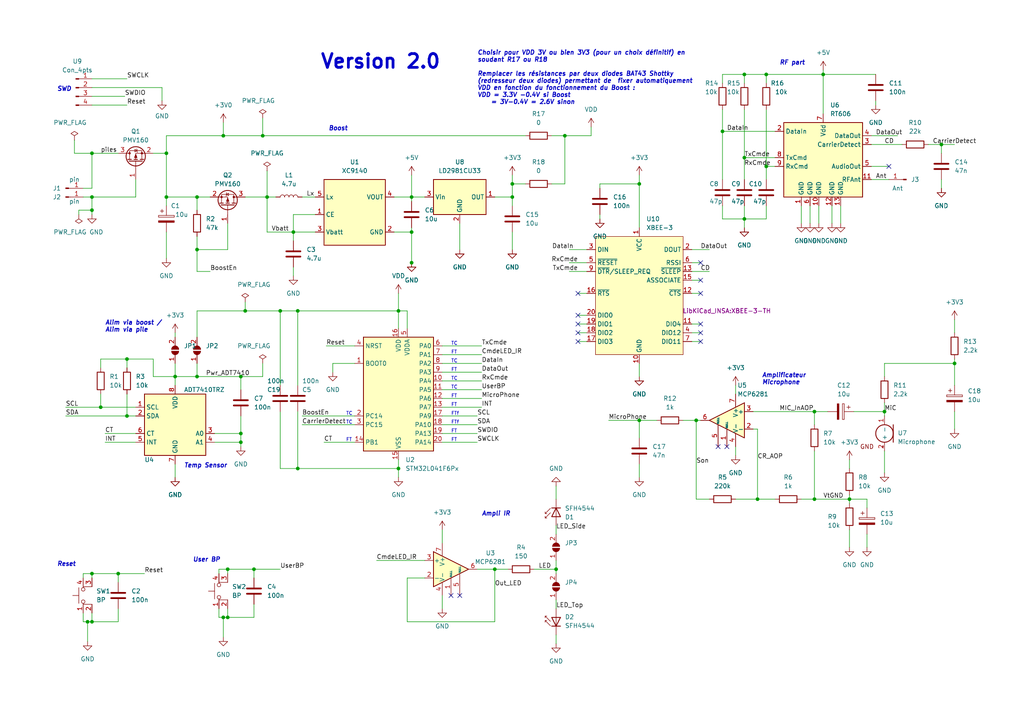
<source format=kicad_sch>
(kicad_sch (version 20230121) (generator eeschema)
  (paper "A4")
  (junction (at 209.55 38.1))
  (junction (at 161.29 165.1))
  (junction (at 215.9 45.72))
  (junction (at 115.57 135.89))
  (junction (at 201.93 121.92))
  (junction (at 86.36 135.89))
  (junction (at 215.9 21.59))
  (junction (at 36.83 120.65))
  (junction (at 236.22 119.38))
  (junction (at 69.85 128.27))
  (junction (at 29.21 118.11))
  (junction (at 57.15 57.15))
  (junction (at 119.38 67.31))
  (junction (at 236.22 144.78))
  (junction (at 26.67 180.34))
  (junction (at 119.38 76.2))
  (junction (at 73.66 165.1))
  (junction (at 69.85 125.73))
  (junction (at 66.04 179.07))
  (junction (at 48.26 44.45))
  (junction (at 163.83 39.37))
  (junction (at 143.51 165.1))
  (junction (at 26.67 166.37))
  (junction (at 276.86 105.41))
  (junction (at 115.57 90.17))
  (junction (at 71.12 90.17))
  (junction (at 48.26 57.15))
  (junction (at 238.76 21.59))
  (junction (at 26.67 60.96))
  (junction (at 26.67 57.15))
  (junction (at 57.15 72.39))
  (junction (at 81.28 90.17))
  (junction (at 69.85 109.22))
  (junction (at 34.29 166.37))
  (junction (at 148.59 53.34))
  (junction (at 85.09 67.31))
  (junction (at 57.15 109.22))
  (junction (at 36.83 104.14))
  (junction (at 185.42 121.92))
  (junction (at 64.77 39.37))
  (junction (at 215.9 63.5))
  (junction (at 66.04 165.1))
  (junction (at 185.42 53.34))
  (junction (at 246.38 144.78))
  (junction (at 25.4 180.34))
  (junction (at 256.54 119.38))
  (junction (at 222.25 48.26))
  (junction (at 222.25 21.59))
  (junction (at 76.2 39.37))
  (junction (at 273.05 41.91))
  (junction (at 50.8 109.22))
  (junction (at 119.38 57.15))
  (junction (at 64.77 179.07))
  (junction (at 86.36 90.17))
  (junction (at 148.59 57.15))
  (junction (at 77.47 57.15))
  (junction (at 26.67 44.45))
  (junction (at 219.71 144.78))
  (no_connect (at 257.81 48.26))
  (no_connect (at 210.82 129.54))
  (no_connect (at 208.28 129.54))
  (no_connect (at 130.81 172.72))
  (no_connect (at 133.35 172.72))
  (no_connect (at 203.2 76.2))
  (no_connect (at 203.2 85.09))
  (no_connect (at 203.2 81.28))
  (no_connect (at 167.64 85.09))
  (no_connect (at 167.64 91.44))
  (no_connect (at 203.2 93.98))
  (no_connect (at 203.2 96.52))
  (no_connect (at 203.2 99.06))
  (no_connect (at 167.64 93.98))
  (no_connect (at 167.64 96.52))
  (no_connect (at 167.64 99.06))
  (wire (pts (xy 19.05 118.11) (xy 29.21 118.11)))
  (wire (pts (xy 66.04 64.77) (xy 66.04 72.39)))
  (wire (pts (xy 86.36 90.17) (xy 81.28 90.17)))
  (wire (pts (xy 69.85 120.65) (xy 69.85 125.73)))
  (wire (pts (xy 44.45 44.45) (xy 48.26 44.45)))
  (wire (pts (xy 119.38 66.04) (xy 119.38 67.31)))
  (wire (pts (xy 62.23 125.73) (xy 69.85 125.73)))
  (wire (pts (xy 201.93 121.92) (xy 201.93 144.78)))
  (wire (pts (xy 163.83 39.37) (xy 171.45 39.37)))
  (wire (pts (xy 115.57 135.89) (xy 115.57 138.43)))
  (wire (pts (xy 241.3 59.69) (xy 241.3 64.77)))
  (wire (pts (xy 256.54 105.41) (xy 256.54 109.22)))
  (wire (pts (xy 276.86 104.14) (xy 276.86 105.41)))
  (wire (pts (xy 76.2 34.29) (xy 76.2 39.37)))
  (wire (pts (xy 24.13 177.8) (xy 24.13 180.34)))
  (wire (pts (xy 26.67 57.15) (xy 26.67 60.96)))
  (wire (pts (xy 173.99 62.23) (xy 173.99 63.5)))
  (wire (pts (xy 123.19 167.64) (xy 118.11 167.64)))
  (wire (pts (xy 81.28 119.38) (xy 81.28 135.89)))
  (wire (pts (xy 115.57 90.17) (xy 115.57 95.25)))
  (wire (pts (xy 25.4 180.34) (xy 25.4 186.055)))
  (wire (pts (xy 138.43 165.1) (xy 143.51 165.1)))
  (wire (pts (xy 252.73 41.91) (xy 261.62 41.91)))
  (wire (pts (xy 73.66 165.1) (xy 81.28 165.1)))
  (wire (pts (xy 26.67 177.8) (xy 26.67 180.34)))
  (wire (pts (xy 213.36 111.76) (xy 213.36 114.3)))
  (wire (pts (xy 19.05 120.65) (xy 36.83 120.65)))
  (wire (pts (xy 252.73 52.07) (xy 257.81 52.07)))
  (wire (pts (xy 26.67 166.37) (xy 26.67 167.64)))
  (wire (pts (xy 236.22 119.38) (xy 240.03 119.38)))
  (wire (pts (xy 222.25 21.59) (xy 215.9 21.59)))
  (wire (pts (xy 232.41 144.78) (xy 236.22 144.78)))
  (wire (pts (xy 128.27 105.41) (xy 139.7 105.41)))
  (wire (pts (xy 185.42 105.41) (xy 185.42 109.22)))
  (wire (pts (xy 200.66 81.28) (xy 203.2 81.28)))
  (wire (pts (xy 143.51 165.1) (xy 147.32 165.1)))
  (wire (pts (xy 50.8 105.41) (xy 50.8 109.22)))
  (wire (pts (xy 34.29 166.37) (xy 34.29 168.91)))
  (wire (pts (xy 96.52 105.41) (xy 96.52 107.95)))
  (wire (pts (xy 251.46 144.78) (xy 251.46 147.32)))
  (wire (pts (xy 200.66 99.06) (xy 203.2 99.06)))
  (wire (pts (xy 219.71 124.46) (xy 219.71 144.78)))
  (wire (pts (xy 64.77 35.56) (xy 64.77 39.37)))
  (wire (pts (xy 238.76 20.32) (xy 238.76 21.59)))
  (wire (pts (xy 48.26 67.31) (xy 48.26 74.93)))
  (wire (pts (xy 71.12 90.17) (xy 57.15 90.17)))
  (wire (pts (xy 69.85 125.73) (xy 69.85 128.27)))
  (wire (pts (xy 200.66 85.09) (xy 203.2 85.09)))
  (wire (pts (xy 29.21 118.11) (xy 39.37 118.11)))
  (wire (pts (xy 209.55 38.1) (xy 209.55 52.07)))
  (wire (pts (xy 48.26 44.45) (xy 48.26 39.37)))
  (wire (pts (xy 46.99 25.4) (xy 46.99 29.21)))
  (wire (pts (xy 128.27 172.72) (xy 128.27 176.53)))
  (wire (pts (xy 276.86 92.71) (xy 276.86 96.52)))
  (wire (pts (xy 232.41 59.69) (xy 232.41 64.77)))
  (wire (pts (xy 50.8 109.22) (xy 57.15 109.22)))
  (wire (pts (xy 24.13 167.64) (xy 24.13 166.37)))
  (wire (pts (xy 26.67 22.86) (xy 36.83 22.86)))
  (wire (pts (xy 161.29 140.97) (xy 161.29 144.78)))
  (wire (pts (xy 236.22 144.78) (xy 246.38 144.78)))
  (wire (pts (xy 128.27 113.03) (xy 139.7 113.03)))
  (wire (pts (xy 64.77 39.37) (xy 76.2 39.37)))
  (wire (pts (xy 185.42 53.34) (xy 185.42 66.04)))
  (wire (pts (xy 91.44 62.23) (xy 85.09 62.23)))
  (wire (pts (xy 69.85 109.22) (xy 76.2 109.22)))
  (wire (pts (xy 224.79 38.1) (xy 209.55 38.1)))
  (wire (pts (xy 215.9 45.72) (xy 215.9 52.07)))
  (wire (pts (xy 148.59 67.31) (xy 148.59 72.39)))
  (wire (pts (xy 69.85 128.27) (xy 69.85 129.54)))
  (wire (pts (xy 66.04 165.1) (xy 73.66 165.1)))
  (wire (pts (xy 246.38 133.35) (xy 246.38 135.89)))
  (wire (pts (xy 71.12 87.63) (xy 71.12 90.17)))
  (wire (pts (xy 198.12 121.92) (xy 201.93 121.92)))
  (wire (pts (xy 76.2 39.37) (xy 152.4 39.37)))
  (wire (pts (xy 57.15 90.17) (xy 57.15 97.79)))
  (wire (pts (xy 256.54 119.38) (xy 256.54 120.65)))
  (wire (pts (xy 200.66 93.98) (xy 203.2 93.98)))
  (wire (pts (xy 167.64 85.09) (xy 170.18 85.09)))
  (wire (pts (xy 238.76 21.59) (xy 254 21.59)))
  (wire (pts (xy 201.93 144.78) (xy 205.74 144.78)))
  (wire (pts (xy 215.9 31.75) (xy 215.9 45.72)))
  (wire (pts (xy 30.48 125.73) (xy 39.37 125.73)))
  (wire (pts (xy 167.64 99.06) (xy 170.18 99.06)))
  (wire (pts (xy 48.26 57.15) (xy 57.15 57.15)))
  (wire (pts (xy 276.86 119.38) (xy 276.86 124.46)))
  (wire (pts (xy 246.38 144.78) (xy 246.38 146.05)))
  (wire (pts (xy 34.29 166.37) (xy 41.91 166.37)))
  (wire (pts (xy 173.99 54.61) (xy 173.99 53.34)))
  (wire (pts (xy 224.79 48.26) (xy 222.25 48.26)))
  (wire (pts (xy 246.38 143.51) (xy 246.38 144.78)))
  (wire (pts (xy 57.15 57.15) (xy 57.15 60.96)))
  (wire (pts (xy 85.09 77.47) (xy 85.09 80.01)))
  (wire (pts (xy 254 29.21) (xy 254 30.48)))
  (wire (pts (xy 29.21 104.14) (xy 36.83 104.14)))
  (wire (pts (xy 119.38 67.31) (xy 119.38 76.2)))
  (wire (pts (xy 200.66 76.2) (xy 203.2 76.2)))
  (wire (pts (xy 215.9 63.5) (xy 222.25 63.5)))
  (wire (pts (xy 252.73 48.26) (xy 257.81 48.26)))
  (wire (pts (xy 209.55 31.75) (xy 209.55 38.1)))
  (wire (pts (xy 29.21 106.68) (xy 29.21 104.14)))
  (wire (pts (xy 200.66 96.52) (xy 203.2 96.52)))
  (wire (pts (xy 171.45 36.83) (xy 171.45 39.37)))
  (wire (pts (xy 185.42 121.92) (xy 190.5 121.92)))
  (wire (pts (xy 128.27 123.19) (xy 138.43 123.19)))
  (wire (pts (xy 160.02 53.34) (xy 163.83 53.34)))
  (wire (pts (xy 256.54 105.41) (xy 276.86 105.41)))
  (wire (pts (xy 115.57 90.17) (xy 86.36 90.17)))
  (wire (pts (xy 209.55 59.69) (xy 209.55 63.5)))
  (wire (pts (xy 26.67 44.45) (xy 26.67 54.61)))
  (wire (pts (xy 218.44 124.46) (xy 219.71 124.46)))
  (wire (pts (xy 76.2 105.41) (xy 76.2 109.22)))
  (wire (pts (xy 273.05 41.91) (xy 276.86 41.91)))
  (wire (pts (xy 203.2 121.92) (xy 201.93 121.92)))
  (wire (pts (xy 66.04 165.1) (xy 66.04 166.37)))
  (wire (pts (xy 209.55 21.59) (xy 209.55 24.13)))
  (wire (pts (xy 87.63 57.15) (xy 91.44 57.15)))
  (wire (pts (xy 115.57 133.35) (xy 115.57 135.89)))
  (wire (pts (xy 57.15 109.22) (xy 69.85 109.22)))
  (wire (pts (xy 86.36 135.89) (xy 115.57 135.89)))
  (wire (pts (xy 238.76 21.59) (xy 238.76 33.02)))
  (wire (pts (xy 246.38 144.78) (xy 251.46 144.78)))
  (wire (pts (xy 128.27 102.87) (xy 139.7 102.87)))
  (wire (pts (xy 50.8 109.22) (xy 44.45 109.22)))
  (wire (pts (xy 246.38 153.67) (xy 246.38 158.75)))
  (wire (pts (xy 161.29 152.4) (xy 161.29 154.94)))
  (wire (pts (xy 247.65 119.38) (xy 256.54 119.38)))
  (wire (pts (xy 24.13 54.61) (xy 26.67 54.61)))
  (wire (pts (xy 222.25 21.59) (xy 222.25 24.13)))
  (wire (pts (xy 143.51 57.15) (xy 148.59 57.15)))
  (wire (pts (xy 118.11 90.17) (xy 115.57 90.17)))
  (wire (pts (xy 185.42 50.8) (xy 185.42 53.34)))
  (wire (pts (xy 36.83 114.3) (xy 36.83 120.65)))
  (wire (pts (xy 167.64 91.44) (xy 170.18 91.44)))
  (wire (pts (xy 24.13 166.37) (xy 26.67 166.37)))
  (wire (pts (xy 39.37 52.07) (xy 39.37 57.15)))
  (wire (pts (xy 128.27 100.33) (xy 139.7 100.33)))
  (wire (pts (xy 128.27 128.27) (xy 138.43 128.27)))
  (wire (pts (xy 252.73 39.37) (xy 260.35 39.37)))
  (wire (pts (xy 215.9 63.5) (xy 215.9 66.04)))
  (wire (pts (xy 25.4 180.34) (xy 26.67 180.34)))
  (wire (pts (xy 34.29 176.53) (xy 34.29 180.34)))
  (wire (pts (xy 161.29 184.15) (xy 161.29 186.69)))
  (wire (pts (xy 26.67 44.45) (xy 34.29 44.45)))
  (wire (pts (xy 167.64 96.52) (xy 170.18 96.52)))
  (wire (pts (xy 30.48 128.27) (xy 39.37 128.27)))
  (wire (pts (xy 165.1 78.74) (xy 170.18 78.74)))
  (wire (pts (xy 57.15 105.41) (xy 57.15 109.22)))
  (wire (pts (xy 63.5 179.07) (xy 64.77 179.07)))
  (wire (pts (xy 24.13 180.34) (xy 25.4 180.34)))
  (wire (pts (xy 114.3 67.31) (xy 119.38 67.31)))
  (wire (pts (xy 26.67 60.96) (xy 26.67 62.23)))
  (wire (pts (xy 273.05 41.91) (xy 273.05 44.45)))
  (wire (pts (xy 26.67 25.4) (xy 46.99 25.4)))
  (wire (pts (xy 81.28 90.17) (xy 71.12 90.17)))
  (wire (pts (xy 69.85 109.22) (xy 69.85 113.03)))
  (wire (pts (xy 148.59 53.34) (xy 152.4 53.34)))
  (wire (pts (xy 213.36 144.78) (xy 219.71 144.78)))
  (wire (pts (xy 236.22 130.81) (xy 236.22 144.78)))
  (wire (pts (xy 215.9 21.59) (xy 215.9 24.13)))
  (wire (pts (xy 234.95 59.69) (xy 234.95 64.77)))
  (wire (pts (xy 66.04 72.39) (xy 57.15 72.39)))
  (wire (pts (xy 222.25 59.69) (xy 222.25 63.5)))
  (wire (pts (xy 128.27 107.95) (xy 139.7 107.95)))
  (wire (pts (xy 93.98 128.27) (xy 102.87 128.27)))
  (wire (pts (xy 185.42 134.62) (xy 185.42 138.43)))
  (wire (pts (xy 44.45 104.14) (xy 36.83 104.14)))
  (wire (pts (xy 57.15 68.58) (xy 57.15 72.39)))
  (wire (pts (xy 86.36 119.38) (xy 86.36 135.89)))
  (wire (pts (xy 85.09 62.23) (xy 85.09 67.31)))
  (wire (pts (xy 163.83 39.37) (xy 163.83 53.34)))
  (wire (pts (xy 86.36 90.17) (xy 86.36 111.76)))
  (wire (pts (xy 63.5 165.1) (xy 66.04 165.1)))
  (wire (pts (xy 176.53 121.92) (xy 185.42 121.92)))
  (wire (pts (xy 128.27 118.11) (xy 139.7 118.11)))
  (wire (pts (xy 81.28 90.17) (xy 81.28 111.76)))
  (wire (pts (xy 118.11 95.25) (xy 118.11 90.17)))
  (wire (pts (xy 133.35 64.77) (xy 133.35 72.39)))
  (wire (pts (xy 154.94 165.1) (xy 161.29 165.1)))
  (wire (pts (xy 215.9 21.59) (xy 209.55 21.59)))
  (wire (pts (xy 36.83 104.14) (xy 36.83 106.68)))
  (wire (pts (xy 148.59 50.8) (xy 148.59 53.34)))
  (wire (pts (xy 256.54 116.84) (xy 256.54 119.38)))
  (wire (pts (xy 22.86 62.23) (xy 22.86 60.96)))
  (wire (pts (xy 161.29 165.1) (xy 161.29 166.37)))
  (wire (pts (xy 50.8 134.62) (xy 50.8 138.43)))
  (wire (pts (xy 200.66 72.39) (xy 205.74 72.39)))
  (wire (pts (xy 224.79 45.72) (xy 215.9 45.72)))
  (wire (pts (xy 273.05 52.07) (xy 273.05 54.61)))
  (wire (pts (xy 96.52 105.41) (xy 102.87 105.41)))
  (wire (pts (xy 222.25 31.75) (xy 222.25 48.26)))
  (wire (pts (xy 119.38 50.8) (xy 119.38 57.15)))
  (wire (pts (xy 165.1 72.39) (xy 170.18 72.39)))
  (wire (pts (xy 85.09 67.31) (xy 91.44 67.31)))
  (wire (pts (xy 148.59 53.34) (xy 148.59 57.15)))
  (wire (pts (xy 128.27 110.49) (xy 139.7 110.49)))
  (wire (pts (xy 24.13 57.15) (xy 26.67 57.15)))
  (wire (pts (xy 66.04 176.53) (xy 66.04 179.07)))
  (wire (pts (xy 63.5 176.53) (xy 63.5 179.07)))
  (wire (pts (xy 115.57 85.09) (xy 115.57 90.17)))
  (wire (pts (xy 48.26 39.37) (xy 64.77 39.37)))
  (wire (pts (xy 161.29 162.56) (xy 161.29 165.1)))
  (wire (pts (xy 114.3 57.15) (xy 119.38 57.15)))
  (wire (pts (xy 50.8 109.22) (xy 50.8 111.76)))
  (wire (pts (xy 73.66 165.1) (xy 73.66 167.64)))
  (wire (pts (xy 26.67 30.48) (xy 36.83 30.48)))
  (wire (pts (xy 26.67 57.15) (xy 39.37 57.15)))
  (wire (pts (xy 64.77 179.07) (xy 66.04 179.07)))
  (wire (pts (xy 118.11 167.64) (xy 118.11 180.34)))
  (wire (pts (xy 22.86 60.96) (xy 26.67 60.96)))
  (wire (pts (xy 237.49 59.69) (xy 237.49 64.77)))
  (wire (pts (xy 165.1 76.2) (xy 170.18 76.2)))
  (wire (pts (xy 77.47 57.15) (xy 77.47 67.31)))
  (wire (pts (xy 213.36 129.54) (xy 213.36 132.08)))
  (wire (pts (xy 173.99 53.34) (xy 185.42 53.34)))
  (wire (pts (xy 81.28 135.89) (xy 86.36 135.89)))
  (wire (pts (xy 215.9 59.69) (xy 215.9 63.5)))
  (wire (pts (xy 276.86 105.41) (xy 276.86 111.76)))
  (wire (pts (xy 26.67 44.45) (xy 21.59 44.45)))
  (wire (pts (xy 256.54 130.81) (xy 256.54 137.16)))
  (wire (pts (xy 269.24 41.91) (xy 273.05 41.91)))
  (wire (pts (xy 29.21 114.3) (xy 29.21 118.11)))
  (wire (pts (xy 21.59 40.64) (xy 21.59 44.45)))
  (wire (pts (xy 219.71 144.78) (xy 224.79 144.78)))
  (wire (pts (xy 236.22 119.38) (xy 236.22 123.19)))
  (wire (pts (xy 185.42 121.92) (xy 185.42 127)))
  (wire (pts (xy 64.77 179.07) (xy 64.77 184.785)))
  (wire (pts (xy 50.8 96.52) (xy 50.8 97.79)))
  (wire (pts (xy 218.44 119.38) (xy 236.22 119.38)))
  (wire (pts (xy 62.23 128.27) (xy 69.85 128.27)))
  (wire (pts (xy 222.25 48.26) (xy 222.25 52.07)))
  (wire (pts (xy 243.84 59.69) (xy 243.84 64.77)))
  (wire (pts (xy 87.63 120.65) (xy 102.87 120.65)))
  (wire (pts (xy 200.66 78.74) (xy 205.74 78.74)))
  (wire (pts (xy 48.26 57.15) (xy 48.26 59.69)))
  (wire (pts (xy 128.27 120.65) (xy 138.43 120.65)))
  (wire (pts (xy 36.83 120.65) (xy 39.37 120.65)))
  (wire (pts (xy 66.04 179.07) (xy 73.66 179.07)))
  (wire (pts (xy 57.15 78.74) (xy 60.96 78.74)))
  (wire (pts (xy 26.67 180.34) (xy 34.29 180.34)))
  (wire (pts (xy 251.46 154.94) (xy 251.46 158.75)))
  (wire (pts (xy 143.51 180.34) (xy 143.51 165.1)))
  (wire (pts (xy 109.22 162.56) (xy 123.19 162.56)))
  (wire (pts (xy 57.15 72.39) (xy 57.15 78.74)))
  (wire (pts (xy 87.63 123.19) (xy 102.87 123.19)))
  (wire (pts (xy 77.47 67.31) (xy 85.09 67.31)))
  (wire (pts (xy 94.615 100.33) (xy 102.87 100.33)))
  (wire (pts (xy 128.27 115.57) (xy 139.7 115.57)))
  (wire (pts (xy 148.59 57.15) (xy 148.59 59.69)))
  (wire (pts (xy 119.38 57.15) (xy 119.38 58.42)))
  (wire (pts (xy 209.55 63.5) (xy 215.9 63.5)))
  (wire (pts (xy 48.26 57.15) (xy 48.26 44.45)))
  (wire (pts (xy 128.27 153.67) (xy 128.27 157.48)))
  (wire (pts (xy 44.45 109.22) (xy 44.45 104.14)))
  (wire (pts (xy 63.5 166.37) (xy 63.5 165.1)))
  (wire (pts (xy 73.66 175.26) (xy 73.66 179.07)))
  (wire (pts (xy 167.64 93.98) (xy 170.18 93.98)))
  (wire (pts (xy 60.96 57.15) (xy 57.15 57.15)))
  (wire (pts (xy 128.27 125.73) (xy 138.43 125.73)))
  (wire (pts (xy 26.67 166.37) (xy 34.29 166.37)))
  (wire (pts (xy 118.11 180.34) (xy 143.51 180.34)))
  (wire (pts (xy 160.02 39.37) (xy 163.83 39.37)))
  (wire (pts (xy 71.12 57.15) (xy 77.47 57.15)))
  (wire (pts (xy 161.29 173.99) (xy 161.29 176.53)))
  (wire (pts (xy 80.01 57.15) (xy 77.47 57.15)))
  (wire (pts (xy 26.67 27.94) (xy 36.195 27.94)))
  (wire (pts (xy 77.47 49.53) (xy 77.47 57.15)))
  (wire (pts (xy 238.76 21.59) (xy 222.25 21.59)))
  (wire (pts (xy 85.09 69.85) (xy 85.09 67.31)))
  (wire (pts (xy 119.38 57.15) (xy 123.19 57.15)))
  (text "FTf" (at 130.81 123.19 0) (effects (font (size 1 1)) (justify left bottom)))
  (text "Ampli IR\n" (at 139.7 149.86 0) (effects (font (size 1.27 1.27) (thickness 0.254) bold italic) (justify left bottom)))
  (text "TC" (at 130.81 110.49 0) (effects (font (size 1 1)) (justify left bottom)))
  (text "TC" (at 130.81 105.41 0) (effects (font (size 1 1)) (justify left bottom)))
  (text "Boost\n" (at 95.25 38.1 0) (effects (font (size 1.27 1.27) (thickness 0.254) bold italic) (justify left bottom)))
  (text "Reset" (at 16.51 164.465 0) (effects (font (size 1.27 1.27) bold italic) (justify left bottom)))
  (text "FT" (at 130.81 102.87 0) (effects (font (size 1 1)) (justify left bottom)))
  (text "RF part\n" (at 226.06 19.05 0) (effects (font (size 1.27 1.27) (thickness 0.254) bold italic) (justify left bottom)))
  (text "Alim via boost /\nAlim via pile" (at 30.48 96.52 0) (effects (font (size 1.27 1.27) (thickness 0.254) bold italic) (justify left bottom)))
  (text "Amplificateur\nMicrophone\n" (at 220.98 111.76 0) (effects (font (size 1.27 1.27) (thickness 0.254) bold italic) (justify left bottom)))
  (text "FT" (at 130.81 125.73 0) (effects (font (size 1 1)) (justify left bottom)))
  (text "FT" (at 130.81 107.95 0) (effects (font (size 1 1)) (justify left bottom)))
  (text "FT" (at 130.81 115.57 0) (effects (font (size 1 1)) (justify left bottom)))
  (text "Choisir pour VDD 3V ou bien 3V3 (pour un choix définitif) en \nsoudant R17 ou R18\n\nRemplacer les résistances par deux diodes BAT43 Shottky\n(redresseur deux diodes) permettant de  fixer automatiquement\nVDD en fonction du fonctionnement du Boost :\nVDD = 3.3V -0.4V si Boost\n    = 3V-0.4V = 2.6V sinon" (at 138.43 30.48 0) (effects (font (size 1.27 1.27) (thickness 0.254) bold italic) (justify left bottom)))
  (text "TC" (at 100.33 123.19 0) (effects (font (size 1 1)) (justify left bottom)))
  (text "FT" (at 130.81 128.27 0) (effects (font (size 1 1)) (justify left bottom)))
  (text "TC" (at 130.81 100.33 0) (effects (font (size 1 1)) (justify left bottom)))
  (text "Temp Sensor" (at 53.34 135.89 0) (effects (font (size 1.27 1.27) (thickness 0.254) bold italic) (justify left bottom)))
  (text "Version 2.0" (at 92.71 20.32 0) (effects (font (size 4 4) (thickness 0.8) bold) (justify left bottom)))
  (text "FTf" (at 130.81 120.65 0) (effects (font (size 1 1)) (justify left bottom)))
  (text "TC" (at 130.81 113.03 0) (effects (font (size 1 1)) (justify left bottom)))
  (text "FT" (at 130.81 118.11 0) (effects (font (size 1 1)) (justify left bottom)))
  (text "User BP\n" (at 55.88 163.195 0) (effects (font (size 1.27 1.27) bold italic) (justify left bottom)))
  (text "SWD" (at 16.51 26.67 0) (effects (font (size 1.27 1.27) bold italic) (justify left bottom)))
  (text "FT" (at 100.33 128.27 0) (effects (font (size 1 1)) (justify left bottom)))
  (text "TC" (at 100.33 120.65 0) (effects (font (size 1 1)) (justify left bottom)))
  (label "SWDIO" (at 138.43 125.73 0))
  (label "CD" (at 203.2 78.74 0))
  (label "Ant" (at 254 52.07 0))
  (label "DataIn" (at 139.7 105.41 0))
  (label "Reset" (at 36.83 30.48 0))
  (label "TxCmde" (at 139.7 100.33 0))
  (label "TxCmde" (at 167.64 78.74 180))
  (label "CarrierDetect" (at 87.63 123.19 0))
  (label "RxCmde" (at 167.64 76.2 180))
  (label "BoostEn" (at 60.96 78.74 0))
  (label "SCL" (at 138.43 120.65 0))
  (label "SDA" (at 138.43 123.19 0))
  (label "VtGND" (at 238.76 144.78 0))
  (label "RxCmde" (at 139.7 110.49 0))
  (label "INT" (at 30.48 128.27 0))
  (label "Pwr_ADT7410" (at 59.69 109.22 0))
  (label "Lx" (at 88.9 57.15 0))
  (label "TxCmde" (at 215.9 45.72 0))
  (label "Reset" (at 94.615 100.33 0))
  (label "LED_Top" (at 161.29 176.53 0))
  (label "SWDIO" (at 36.195 27.94 0))
  (label "Vbatt" (at 78.74 67.31 0))
  (label "CmdeLED_IR" (at 139.7 102.87 0))
  (label "BoostEn" (at 87.63 120.65 0))
  (label "DataIn" (at 166.37 72.39 180))
  (label "CarrierDetect" (at 270.51 41.91 0))
  (label "LED" (at 156.21 165.1 0))
  (label "CR_AOP" (at 219.71 133.35 0))
  (label "SWCLK" (at 36.83 22.86 0))
  (label "UserBP" (at 81.28 165.1 0))
  (label "MicroPhone" (at 176.53 121.92 0))
  (label "DataIn" (at 210.82 38.1 0))
  (label "SWCLK" (at 138.43 128.27 0))
  (label "RxCmde" (at 223.52 48.26 180))
  (label "MicroPhone" (at 139.7 115.57 0))
  (label "INT" (at 139.7 118.11 0))
  (label "Out_LED" (at 143.51 170.18 0))
  (label "CT" (at 30.48 125.73 0))
  (label "MIC_InAOP" (at 226.06 119.38 0))
  (label "UserBP" (at 139.7 113.03 0))
  (label "MiC" (at 256.54 119.38 0))
  (label "SDA" (at 19.05 120.65 0))
  (label "LED_Side" (at 161.29 153.67 0))
  (label "Son" (at 201.93 134.62 0))
  (label "CD" (at 256.54 41.91 0))
  (label "Reset" (at 41.91 166.37 0))
  (label "DataOut" (at 139.7 107.95 0))
  (label "CmdeLED_IR" (at 109.22 162.56 0))
  (label "SCL" (at 19.05 118.11 0))
  (label "piles" (at 29.21 44.45 0))
  (label "DataOut" (at 254 39.37 0))
  (label "DataOut" (at 203.2 72.39 0))
  (label "CT" (at 93.98 128.27 0))
  (symbol (lib_id "Device:R") (at 151.13 165.1 270) (mirror x) (unit 1)
    (property "Reference" "R4" (at 151.13 158.75 90))
    (property "Value" "150" (at 151.13 161.29 90))
    (property "Footprint" "Resistor_SMD:R_1206_3216Metric" (effects hide))
  )
  (symbol (lib_id "power:GND") (at 128.27 176.53 0) (unit 1)
    (property "Reference" "#PWR017" (effects hide))
    (property "Value" "GND" (at 128.27 181.61 0))
  )
  (symbol (lib_id "power:GND") (at 251.46 158.75 0) (unit 1)
    (property "Reference" "#PWR037" (effects hide))
    (property "Value" "GND" (at 251.46 163.83 0))
  )
  (symbol (lib_id "power:GND") (at 69.85 129.54 0) (unit 1)
    (property "Reference" "#PWR023" (effects hide))
    (property "Value" "GND" (at 69.85 134.62 0))
  )
  (symbol (lib_id "Insa:XBEE-3") (at 185.42 105.41 0) (unit 1)
    (property "Reference" "U10" (at 187.4394 63.5 0) (effects (justify left)))
    (property "Value" "XBEE-3" (at 187.4394 66.04 0) (effects (justify left)))
    (property "Footprint" "LibKiCad_INSA:XBEE-3-TH" (at 210.82 90.17 0))
  )
  (symbol (lib_id "power:GND") (at 85.09 80.01 0) (unit 1)
    (property "Reference" "#PWR09" (effects hide))
    (property "Value" "GND" (at 85.09 85.09 0))
  )
  (symbol (lib_id "Device:C") (at 148.59 63.5 0) (unit 1)
    (property "Reference" "C15" (at 152.4 62.2299 0) (effects (justify left)))
    (property "Value" "10u" (at 152.4 64.7699 0) (effects (justify left)))
    (property "Footprint" "Capacitor_SMD:C_1812_4532Metric" (effects hide))
  )
  (symbol (lib_id "power:PWR_FLAG") (at 71.12 87.63 0) (mirror y) (unit 1)
    (property "Reference" "#FLG0101" (effects hide))
    (property "Value" "PWR_FLAG" (at 73.66 82.55 0))
  )
  (symbol (lib_id "power:GND") (at 133.35 72.39 0) (unit 1)
    (property "Reference" "#PWR042" (effects hide))
    (property "Value" "GND" (at 133.35 77.47 0))
  )
  (symbol (lib_id "Device:C_Polarized") (at 251.46 151.13 0) (unit 1)
    (property "Reference" "C13" (at 255.27 148.9709 0) (effects (justify left)))
    (property "Value" "10u" (at 255.27 151.5109 0) (effects (justify left)))
    (property "Footprint" "Capacitor_Tantalum_SMD:CP_EIA-7132-20_AVX-U" (effects hide))
  )
  (symbol (lib_id "Device:C") (at 73.66 171.45 0) (unit 1)
    (property "Reference" "C4" (at 77.47 170.1799 0) (effects (justify left)))
    (property "Value" "100n" (at 77.47 172.7199 0) (effects (justify left)))
    (property "Footprint" "Capacitor_SMD:C_1206_3216Metric" (effects hide))
  )
  (symbol (lib_id "power:+5V") (at 238.76 20.32 0) (unit 1)
    (property "Reference" "#PWR029" (effects hide))
    (property "Value" "+5V" (at 238.76 15.24 0))
  )
  (symbol (lib_id "power:GND") (at 241.3 64.77 0) (unit 1)
    (property "Reference" "#PWR032" (effects hide))
    (property "Value" "GND" (at 241.3 69.85 0))
  )
  (symbol (lib_id "power:GND") (at 161.29 140.97 0) (mirror x) (unit 1)
    (property "Reference" "#PWR021" (effects hide))
    (property "Value" "GND" (at 161.29 135.89 0))
  )
  (symbol (lib_id "power:GND") (at 148.59 72.39 0) (unit 1)
    (property "Reference" "#PWR045" (effects hide))
    (property "Value" "GND" (at 148.59 77.47 0))
  )
  (symbol (lib_id "power:GND") (at 50.8 138.43 0) (unit 1)
    (property "Reference" "#PWR019" (effects hide))
    (property "Value" "GND" (at 50.8 143.51 0))
  )
  (symbol (lib_id "Device:R") (at 276.86 100.33 0) (mirror y) (unit 1)
    (property "Reference" "R13" (at 279.4 99.0599 0) (effects (justify right)))
    (property "Value" "2.2k" (at 279.4 101.5999 0) (effects (justify right)))
    (property "Footprint" "Resistor_SMD:R_1206_3216Metric" (effects hide))
  )
  (symbol (lib_id "LibKiCad_PjtDeviceManagePV:Microphone") (at 256.54 125.73 0) (unit 1)
    (property "Reference" "U7" (at 260.35 125.6021 0) (effects (justify left)))
    (property "Value" "Microphone" (at 260.35 128.1421 0) (effects (justify left)))
    (property "Footprint" "LibKiCad_PjtDeviceManagePV:Microphone" (effects hide))
  )
  (symbol (lib_id "Device:C") (at 209.55 55.88 0) (unit 1)
    (property "Reference" "C8" (at 205.74 53.34 0) (effects (justify left)))
    (property "Value" "47p" (at 205.74 58.42 0) (effects (justify left)))
    (property "Footprint" "Capacitor_SMD:C_0805_2012Metric" (effects hide))
  )
  (symbol (lib_id "Device:C_Polarized") (at 276.86 115.57 0) (unit 1)
    (property "Reference" "C18" (at 280.67 113.4109 0) (effects (justify left)))
    (property "Value" "10u" (at 280.67 115.9509 0) (effects (justify left)))
    (property "Footprint" "Capacitor_Tantalum_SMD:CP_EIA-7132-20_AVX-U" (effects hide))
  )
  (symbol (lib_id "Device:C") (at 69.85 116.84 0) (unit 1)
    (property "Reference" "C7" (at 73.66 115.5699 0) (effects (justify left)))
    (property "Value" "100n" (at 73.66 118.1099 0) (effects (justify left)))
    (property "Footprint" "Capacitor_SMD:C_1206_3216Metric" (effects hide))
  )
  (symbol (lib_id "LibKiCad_PjtDeviceManagePV:SwitchBP") (at 64.77 171.45 90) (unit 1)
    (property "Reference" "SW2" (at 67.31 170.1799 90) (effects (justify right)))
    (property "Value" "BP" (at 67.31 172.7199 90) (effects (justify right)))
    (property "Footprint" "LibKiCad_PjtDeviceManagePV:SW" (effects hide))
  )
  (symbol (lib_id "Jumper:SolderJumper_2_Open") (at 57.15 101.6 90) (unit 1)
    (property "Reference" "JP2" (at 59.69 100.3299 90) (effects (justify right)))
    (property "Value" "SolderJumper_2_Open" (effects hide))
    (property "Footprint" "Jumper:SolderJumper-2_P1.3mm_Open_TrianglePad1.0x1.5mm" (effects hide))
  )
  (symbol (lib_id "LibKiCad_PjtDeviceManagePV:XC9140") (at 102.87 63.5 0) (unit 1)
    (property "Reference" "U1" (at 102.87 46.99 0))
    (property "Value" "XC9140" (at 102.87 49.53 0))
    (property "Footprint" "Package_TO_SOT_SMD:SOT-23-5" (effects hide))
  )
  (symbol (lib_id "Jumper:SolderJumper_2_Open") (at 161.29 158.75 90) (unit 1)
    (property "Reference" "JP3" (at 163.83 157.4799 90) (effects (justify right)))
    (property "Value" "SolderJumper_2_Open" (effects hide))
    (property "Footprint" "Jumper:SolderJumper-2_P1.3mm_Open_TrianglePad1.0x1.5mm" (effects hide))
  )
  (symbol (lib_id "power:GND") (at 215.9 66.04 0) (unit 1)
    (property "Reference" "#PWR024" (effects hide))
    (property "Value" "GND" (at 215.9 71.12 0))
  )
  (symbol (lib_id "Device:Q_PMOS_GSD") (at 39.37 46.99 90) (unit 1)
    (property "Reference" "Q1" (at 39.37 38.1 90))
    (property "Value" "PMV160" (at 39.37 40.64 90))
    (property "Footprint" "Package_TO_SOT_SMD:SOT-23" (effects hide))
  )
  (symbol (lib_id "power:+3.3V") (at 148.59 50.8 0) (unit 1)
    (property "Reference" "#PWR044" (effects hide))
    (property "Value" "+3.3V" (at 148.59 45.72 0))
  )
  (symbol (lib_id "power:GND") (at 64.77 184.785 0) (unit 1)
    (property "Reference" "#PWR08" (effects hide))
    (property "Value" "GND" (at 64.77 189.865 0))
  )
  (symbol (lib_id "power:GND") (at 119.38 76.2 0) (unit 1)
    (property "Reference" "#PWR012" (effects hide))
    (property "Value" "GND" (at 119.38 81.28 0))
  )
  (symbol (lib_id "power:+5V") (at 119.38 50.8 0) (unit 1)
    (property "Reference" "#PWR011" (effects hide))
    (property "Value" "+5V" (at 119.38 45.72 0))
  )
  (symbol (lib_id "LibKiCad_PjtDeviceManagePV:ADT7410TRZ") (at 50.8 124.46 0) (unit 1)
    (property "Reference" "U4" (at 41.91 133.35 0) (effects (justify left)))
    (property "Value" "ADT7410TRZ" (at 53.34 113.03 0) (effects (justify left)))
    (property "Footprint" "Package_SO:SOP-8_3.9x4.9mm_P1.27mm" (effects hide))
  )
  (symbol (lib_id "power:+3.3V") (at 246.38 133.35 0) (unit 1)
    (property "Reference" "#PWR050" (effects hide))
    (property "Value" "+3.3V" (at 246.38 128.27 0))
  )
  (symbol (lib_id "LibKiCad_PjtDeviceManagePV:Conn_01x01_Male") (at 19.05 57.15 0) (unit 1)
    (property "Reference" "J2" (at 16.51 57.15 0))
    (property "Value" "pin" (at 21.59 58.42 0))
    (property "Footprint" "LibKiCad_PjtDeviceManagePV:PinHeader1Pt" (effects hide))
  )
  (symbol (lib_id "power:GND") (at 234.95 64.77 0) (unit 1)
    (property "Reference" "#PWR027" (effects hide))
    (property "Value" "GND" (at 234.95 69.85 0))
  )
  (symbol (lib_id "Device:C") (at 215.9 55.88 0) (unit 1)
    (property "Reference" "C9" (at 212.09 53.34 0) (effects (justify left)))
    (property "Value" "47p" (at 212.09 58.42 0) (effects (justify left)))
    (property "Footprint" "Capacitor_SMD:C_0805_2012Metric" (effects hide))
  )
  (symbol (lib_id "Device:C") (at 81.28 115.57 0) (unit 1)
    (property "Reference" "C19" (at 77.47 113.03 0) (effects (justify left)))
    (property "Value" "100n" (at 77.47 110.49 0) (effects (justify left)))
    (property "Footprint" "Capacitor_SMD:C_1206_3216Metric" (effects hide))
  )
  (symbol (lib_id "power:GND") (at 276.86 124.46 0) (mirror y) (unit 1)
    (property "Reference" "#PWR052" (effects hide))
    (property "Value" "GND" (at 276.86 129.54 0))
  )
  (symbol (lib_id "LibKiCad_PjtDeviceManagePV:LD2981CU33") (at 133.35 57.15 0) (unit 1)
    (property "Reference" "U8" (at 133.35 46.99 0))
    (property "Value" "LD2981CU33" (at 133.35 49.53 0))
    (property "Footprint" "Package_TO_SOT_SMD:SOT-89-3_Handsoldering" (effects hide))
  )
  (symbol (lib_id "Device:R") (at 215.9 27.94 0) (unit 1)
    (property "Reference" "R15" (at 210.82 24.13 0) (effects (justify left)))
    (property "Value" "10k" (at 210.82 26.67 0) (effects (justify left)))
    (property "Footprint" "Resistor_SMD:R_1206_3216Metric" (effects hide))
  )
  (symbol (lib_id "power:PWR_FLAG") (at 77.47 49.53 0) (unit 1)
    (property "Reference" "#FLG03" (effects hide))
    (property "Value" "PWR_FLAG" (at 77.47 44.45 0))
  )
  (symbol (lib_id "power:GND") (at 161.29 186.69 0) (unit 1)
    (property "Reference" "#PWR022" (effects hide))
    (property "Value" "GND" (at 161.29 191.77 0))
  )
  (symbol (lib_id "power:+3V0") (at 64.77 35.56 0) (unit 1)
    (property "Reference" "#PWR01" (effects hide))
    (property "Value" "+3V0" (at 64.77 30.48 0))
  )
  (symbol (lib_id "Device:R") (at 246.38 149.86 0) (mirror y) (unit 1)
    (property "Reference" "R9" (at 240.03 149.86 0) (effects (justify right)))
    (property "Value" "10k" (at 240.03 152.4 0) (effects (justify right)))
    (property "Footprint" "Resistor_SMD:R_1206_3216Metric" (effects hide))
  )
  (symbol (lib_id "Device:R") (at 29.21 110.49 0) (mirror y) (unit 1)
    (property "Reference" "R1" (at 31.75 109.2199 0) (effects (justify right)))
    (property "Value" "10k" (at 31.75 111.7599 0) (effects (justify right)))
    (property "Footprint" "Resistor_SMD:R_1206_3216Metric" (effects hide))
  )
  (symbol (lib_id "power:GND") (at 50.8 138.43 0) (unit 1)
    (property "Reference" "#PWR020" (effects hide))
    (property "Value" "GND" (at 50.8 143.51 0))
  )
  (symbol (lib_id "power:GND") (at 25.4 186.055 0) (unit 1)
    (property "Reference" "#PWR04" (effects hide))
    (property "Value" "GND" (at 25.4 191.135 0))
  )
  (symbol (lib_id "power:PWR_FLAG") (at 76.2 34.29 0) (unit 1)
    (property "Reference" "#FLG0103" (effects hide))
    (property "Value" "PWR_FLAG" (at 74.93 29.21 0))
  )
  (symbol (lib_id "power:GND") (at 173.99 63.5 0) (unit 1)
    (property "Reference" "#PWR07" (effects hide))
    (property "Value" "GND" (at 173.99 68.58 0))
  )
  (symbol (lib_id "Device:R") (at 246.38 139.7 0) (mirror y) (unit 1)
    (property "Reference" "R8" (at 248.92 138.4299 0) (effects (justify right)))
    (property "Value" "10k" (at 248.92 140.9699 0) (effects (justify right)))
    (property "Footprint" "Resistor_SMD:R_1206_3216Metric" (effects hide))
  )
  (symbol (lib_id "power:GND") (at 254 30.48 0) (unit 1)
    (property "Reference" "#PWR034" (effects hide))
    (property "Value" "GND" (at 254 35.56 0))
  )
  (symbol (lib_id "Device:Q_PMOS_GSD") (at 66.04 59.69 270) (mirror x) (unit 1)
    (property "Reference" "Q2" (at 66.04 50.8 90))
    (property "Value" "PMV160" (at 66.04 53.34 90))
    (property "Footprint" "Package_TO_SOT_SMD:SOT-23" (effects hide))
  )
  (symbol (lib_id "LibKiCad_PjtDeviceManagePV:Con_4pts") (at 25.4 19.05 0) (unit 1)
    (property "Reference" "U9" (at 22.4282 17.78 0))
    (property "Value" "Con_4pts" (at 22.4282 20.32 0))
    (property "Footprint" "LibKiCad_PjtDeviceManagePV:PinHeader4pts" (effects hide))
  )
  (symbol (lib_id "Device:R") (at 57.15 64.77 0) (unit 1)
    (property "Reference" "R2" (at 59.69 63.4999 0) (effects (justify left)))
    (property "Value" "47k" (at 59.69 66.0399 0) (effects (justify left)))
    (property "Footprint" "Resistor_SMD:R_1206_3216Metric" (effects hide))
  )
  (symbol (lib_id "power:+3.3V") (at 276.86 92.71 0) (unit 1)
    (property "Reference" "#PWR051" (effects hide))
    (property "Value" "+3.3V" (at 276.86 87.63 0))
  )
  (symbol (lib_id "power:GND") (at 48.26 74.93 0) (unit 1)
    (property "Reference" "#PWR05" (effects hide))
    (property "Value" "GND" (at 48.26 80.01 0))
  )
  (symbol (lib_id "Device:C") (at 34.29 172.72 0) (unit 1)
    (property "Reference" "C2" (at 38.1 171.4499 0) (effects (justify left)))
    (property "Value" "100n" (at 38.1 173.9899 0) (effects (justify left)))
    (property "Footprint" "Capacitor_SMD:C_1206_3216Metric" (effects hide))
  )
  (symbol (lib_id "power:GND") (at 232.41 64.77 0) (unit 1)
    (property "Reference" "#PWR026" (effects hide))
    (property "Value" "GND" (at 232.41 69.85 0))
  )
  (symbol (lib_id "Device:C") (at 119.38 62.23 0) (unit 1)
    (property "Reference" "C6" (at 123.19 60.9599 0) (effects (justify left)))
    (property "Value" "10u" (at 123.19 63.4999 0) (effects (justify left)))
    (property "Footprint" "Capacitor_SMD:C_1812_4532Metric" (effects hide))
  )
  (symbol (lib_id "Jumper:SolderJumper_2_Open") (at 161.29 170.18 90) (unit 1)
    (property "Reference" "JP4" (at 163.83 168.9099 90) (effects (justify right)))
    (property "Value" "SolderJumper_2_Open" (effects hide))
    (property "Footprint" "Jumper:SolderJumper-2_P1.3mm_Open_TrianglePad1.0x1.5mm" (effects hide))
  )
  (symbol (lib_id "Device:R") (at 156.21 39.37 270) (mirror x) (unit 1)
    (property "Reference" "R17" (at 156.21 33.02 90))
    (property "Value" "0" (at 156.21 35.56 90))
    (property "Footprint" "Resistor_SMD:R_1206_3216Metric" (effects hide))
  )
  (symbol (lib_id "LibKiCad_PjtDeviceManagePV:Conn_01x01_Male") (at 262.89 52.07 180) (unit 1)
    (property "Reference" "J3" (at 265.43 52.07 0))
    (property "Value" "Ant" (at 260.35 54.61 0))
    (property "Footprint" "LibKiCad_PjtDeviceManagePV:PinHeader1Pt" (effects hide))
  )
  (symbol (lib_id "power:GND") (at 185.42 138.43 0) (unit 1)
    (property "Reference" "#PWR048" (effects hide))
    (property "Value" "GND" (at 185.42 143.51 0))
  )
  (symbol (lib_id "Device:C") (at 173.99 58.42 0) (unit 1)
    (property "Reference" "C16" (at 177.8 57.1499 0) (effects (justify left)))
    (property "Value" "100n" (at 177.8 59.6899 0) (effects (justify left)))
    (property "Footprint" "Capacitor_SMD:C_1206_3216Metric" (effects hide))
  )
  (symbol (lib_id "LED:SFH4546") (at 161.29 179.07 90) (unit 1)
    (property "Reference" "D2" (at 163.83 178.9429 90) (effects (justify right)))
    (property "Value" "SFH4544" (at 163.83 181.4829 90) (effects (justify right)))
    (property "Footprint" "LED_THT:LED_D5.0mm_IRGrey" (effects hide))
    (property "Datasheet" "http://www.osram-os.com/Graphics/XPic1/00101982_0.pdf" (effects hide))
  )
  (symbol (lib_id "power:+3.3V") (at 128.27 153.67 0) (unit 1)
    (property "Reference" "#PWR03" (effects hide))
    (property "Value" "+3.3V" (at 128.27 148.59 0))
  )
  (symbol (lib_id "Device:R") (at 256.54 113.03 0) (mirror y) (unit 1)
    (property "Reference" "R11" (at 259.08 111.7599 0) (effects (justify right)))
    (property "Value" "2.2k" (at 259.08 114.2999 0) (effects (justify right)))
    (property "Footprint" "Resistor_SMD:R_1206_3216Metric" (effects hide))
  )
  (symbol (lib_id "power:GND") (at 119.38 76.2 0) (unit 1)
    (property "Reference" "#PWR013" (effects hide))
    (property "Value" "GND" (at 119.38 81.28 0))
  )
  (symbol (lib_id "Device:R") (at 228.6 144.78 270) (mirror x) (unit 1)
    (property "Reference" "R6" (at 228.6 138.43 90))
    (property "Value" "1k" (at 228.6 140.97 90))
    (property "Footprint" "Resistor_SMD:R_1206_3216Metric" (effects hide))
  )
  (symbol (lib_id "Device:R") (at 194.31 121.92 270) (mirror x) (unit 1)
    (property "Reference" "R12" (at 194.31 115.57 90))
    (property "Value" "1k" (at 194.31 118.11 90))
    (property "Footprint" "Resistor_SMD:R_1206_3216Metric" (effects hide))
  )
  (symbol (lib_id "Device:C") (at 85.09 73.66 0) (unit 1)
    (property "Reference" "C3" (at 88.9 72.3899 0) (effects (justify left)))
    (property "Value" "4.7u" (at 88.9 74.9299 0) (effects (justify left)))
    (property "Footprint" "Capacitor_SMD:C_1812_4532Metric" (effects hide))
  )
  (symbol (lib_id "Device:C") (at 254 25.4 0) (unit 1)
    (property "Reference" "C11" (at 257.81 24.1299 0) (effects (justify left)))
    (property "Value" "100n" (at 257.81 26.6699 0) (effects (justify left)))
    (property "Footprint" "Capacitor_SMD:C_1206_3216Metric" (effects hide))
  )
  (symbol (lib_id "power:GND") (at 246.38 158.75 0) (unit 1)
    (property "Reference" "#PWR036" (effects hide))
    (property "Value" "GND" (at 246.38 163.83 0))
  )
  (symbol (lib_id "power:GND") (at 213.36 132.08 0) (mirror y) (unit 1)
    (property "Reference" "#PWR031" (effects hide))
    (property "Value" "GND" (at 213.36 137.16 0))
  )
  (symbol (lib_id "Amplifier_Operational:TL071") (at 130.81 165.1 0) (unit 1)
    (property "Reference" "U3" (at 142.24 160.401 0))
    (property "Value" "MCP6281" (at 142.24 162.941 0))
    (property "Footprint" "Package_SO:SOIC-8_3.9x4.9mm_P1.27mm" (effects hide))
    (property "Datasheet" "http://www.ti.com/lit/ds/symlink/tl071.pdf" (effects hide))
  )
  (symbol (lib_id "Device:C") (at 185.42 130.81 0) (unit 1)
    (property "Reference" "C17" (at 189.23 129.5399 0) (effects (justify left)))
    (property "Value" "47n" (at 189.23 132.0799 0) (effects (justify left)))
    (property "Footprint" "Capacitor_SMD:C_1206_3216Metric" (effects hide))
  )
  (symbol (lib_id "Device:R") (at 36.83 110.49 0) (mirror y) (unit 1)
    (property "Reference" "R3" (at 39.37 109.2199 0) (effects (justify right)))
    (property "Value" "10k" (at 39.37 111.7599 0) (effects (justify right)))
    (property "Footprint" "Resistor_SMD:R_1206_3216Metric" (effects hide))
  )
  (symbol (lib_id "power:PWR_FLAG") (at 76.2 105.41 0) (mirror y) (unit 1)
    (property "Reference" "#FLG0102" (effects hide))
    (property "Value" "PWR_FLAG" (at 73.66 100.33 0))
  )
  (symbol (lib_id "Device:R") (at 222.25 27.94 0) (unit 1)
    (property "Reference" "R16" (at 223.52 24.13 0) (effects (justify left)))
    (property "Value" "10k" (at 224.79 26.67 0) (effects (justify left)))
    (property "Footprint" "Resistor_SMD:R_1206_3216Metric" (effects hide))
  )
  (symbol (lib_id "power:GND") (at 115.57 138.43 0) (unit 1)
    (property "Reference" "#PWR015" (effects hide))
    (property "Value" "GND" (at 115.57 143.51 0))
  )
  (symbol (lib_id "power:VDD") (at 171.45 36.83 0) (unit 1)
    (property "Reference" "#PWR047" (effects hide))
    (property "Value" "VDD" (at 171.45 31.75 0))
  )
  (symbol (lib_id "Jumper:SolderJumper_2_Open") (at 50.8 101.6 90) (unit 1)
    (property "Reference" "JP1" (at 53.34 100.3299 90) (effects (justify right)))
    (property "Value" "SolderJumper_2_Open" (effects hide))
    (property "Footprint" "Jumper:SolderJumper-2_P1.3mm_Open_TrianglePad1.0x1.5mm" (effects hide))
  )
  (symbol (lib_id "Device:R") (at 209.55 27.94 0) (unit 1)
    (property "Reference" "R14" (at 204.47 24.13 0) (effects (justify left)))
    (property "Value" "10k" (at 204.47 26.67 0) (effects (justify left)))
    (property "Footprint" "Resistor_SMD:R_1206_3216Metric" (effects hide))
  )
  (symbol (lib_id "power:GND") (at 237.49 64.77 0) (unit 1)
    (property "Reference" "#PWR028" (effects hide))
    (property "Value" "GND" (at 237.49 69.85 0))
  )
  (symbol (lib_id "LibKiCad_PjtDeviceManagePV:RT606") (at 237.49 48.26 0) (unit 1)
    (property "Reference" "U6" (at 240.7794 30.48 0) (effects (justify left)))
    (property "Value" "RT606" (at 240.7794 33.02 0) (effects (justify left)))
    (property "Footprint" "LibKiCad_PjtDeviceManagePV:RT606" (effects hide))
  )
  (symbol (lib_id "power:GND") (at 133.35 72.39 0) (unit 1)
    (property "Reference" "#PWR043" (effects hide))
    (property "Value" "GND" (at 133.35 77.47 0))
  )
  (symbol (lib_id "power:+3.3V") (at 185.42 50.8 0) (unit 1)
    (property "Reference" "#PWR030" (effects hide))
    (property "Value" "+3.3V" (at 185.42 45.72 0))
  )
  (symbol (lib_id "power:GND") (at 273.05 54.61 0) (unit 1)
    (property "Reference" "#PWR038" (effects hide))
    (property "Value" "GND" (at 273.05 59.69 0))
  )
  (symbol (lib_id "Device:R") (at 156.21 53.34 270) (mirror x) (unit 1)
    (property "Reference" "R18" (at 156.21 46.99 90))
    (property "Value" "0" (at 156.21 49.53 90))
    (property "Footprint" "Resistor_SMD:R_1206_3216Metric" (effects hide))
  )
  (symbol (lib_id "power:PWR_FLAG") (at 21.59 40.64 0) (unit 1)
    (property "Reference" "#FLG01" (effects hide))
    (property "Value" "PWR_FLAG" (at 20.32 35.56 0))
  )
  (symbol (lib_id "Device:C") (at 86.36 115.57 0) (unit 1)
    (property "Reference" "C5" (at 87.63 113.03 0) (effects (justify left)))
    (property "Value" "100n" (at 87.63 110.49 0) (effects (justify left)))
    (property "Footprint" "Capacitor_SMD:C_1206_3216Metric" (effects hide))
  )
  (symbol (lib_id "Device:C_Polarized") (at 48.26 63.5 0) (unit 1)
    (property "Reference" "C1" (at 49.53 59.69 0) (effects (justify left)))
    (property "Value" "10u" (at 50.8 62.23 0) (effects (justify left)))
    (property "Footprint" "Capacitor_Tantalum_SMD:CP_EIA-7132-20_AVX-U" (effects hide))
  )
  (symbol (lib_id "LibKiCad_PjtDeviceManagePV:SwitchBP") (at 25.4 172.72 90) (unit 1)
    (property "Reference" "SW1" (at 27.94 171.4499 90) (effects (justify right)))
    (property "Value" "BP" (at 27.94 173.9899 90) (effects (justify right)))
    (property "Footprint" "LibKiCad_PjtDeviceManagePV:SW" (effects hide))
  )
  (symbol (lib_id "power:VDD") (at 115.57 85.09 0) (unit 1)
    (property "Reference" "#PWR018" (effects hide))
    (property "Value" "VDD" (at 115.57 80.01 0))
  )
  (symbol (lib_id "power:GND") (at 46.99 29.21 0) (unit 1)
    (property "Reference" "#PWR06" (effects hide))
    (property "Value" "GND" (at 46.99 33.655 0))
  )
  (symbol (lib_id "Amplifier_Operational:TL071") (at 210.82 121.92 0) (mirror y) (unit 1)
    (property "Reference" "U5" (at 213.8806 111.76 0) (effects (justify right)))
    (property "Value" "MCP6281" (at 213.8806 114.3 0) (effects (justify right)))
    (property "Footprint" "Package_SO:SOIC-8_3.9x4.9mm_P1.27mm" (effects hide))
    (property "Datasheet" "http://www.ti.com/lit/ds/symlink/tl071.pdf" (effects hide))
  )
  (symbol (lib_id "power:GND") (at 173.99 63.5 0) (unit 1)
    (property "Reference" "#PWR016" (effects hide))
    (property "Value" "GND" (at 173.99 68.58 0))
  )
  (symbol (lib_id "Device:C") (at 222.25 55.88 0) (unit 1)
    (property "Reference" "C10" (at 217.17 53.34 0) (effects (justify left)))
    (property "Value" "47p" (at 218.44 58.42 0) (effects (justify left)))
    (property "Footprint" "Capacitor_SMD:C_0805_2012Metric" (effects hide))
  )
  (symbol (lib_id "power:PWR_FLAG") (at 22.86 62.23 0) (mirror x) (unit 1)
    (property "Reference" "#FLG02" (effects hide))
    (property "Value" "PWR_FLAG" (at 20.32 67.31 0))
  )
  (symbol (lib_id "power:+3.3V") (at 50.8 96.52 0) (unit 1)
    (property "Reference" "#PWR014" (effects hide))
    (property "Value" "+3.3V" (at 50.8 91.44 0))
  )
  (symbol (lib_id "power:GND") (at 148.59 72.39 0) (unit 1)
    (property "Reference" "#PWR046" (effects hide))
    (property "Value" "GND" (at 148.59 77.47 0))
  )
  (symbol (lib_id "LibKiCad_PjtDeviceManagePV:Conn_01x01_Male") (at 19.05 54.61 0) (unit 1)
    (property "Reference" "J1" (at 16.51 54.61 0))
    (property "Value" "pin" (at 21.59 52.07 0))
    (property "Footprint" "LibKiCad_PjtDeviceManagePV:PinHeader1Pt" (effects hide))
  )
  (symbol (lib_id "Device:R") (at 265.43 41.91 270) (unit 1)
    (property "Reference" "R10" (at 265.43 35.56 90))
    (property "Value" "22k" (at 265.43 38.1 90))
    (property "Footprint" "Resistor_SMD:R_1206_3216Metric" (effects hide))
  )
  (symbol (lib_id "power:GND") (at 26.67 62.23 0) (unit 1)
    (property "Reference" "#PWR02" (effects hide))
    (property "Value" "GND" (at 27.94 67.31 0))
  )
  (symbol (lib_id "power:GND") (at 215.9 66.04 0) (unit 1)
    (property "Reference" "#PWR025" (effects hide))
    (property "Value" "GND" (at 215.9 71.12 0))
  )
  (symbol (lib_id "Device:R") (at 236.22 127 0) (mirror y) (unit 1)
    (property "Reference" "R7" (at 238.76 125.7299 0) (effects (justify right)))
    (property "Value" "10k" (at 238.76 128.2699 0) (effects (justify right)))
    (property "Footprint" "Resistor_SMD:R_1206_3216Metric" (effects hide))
  )
  (symbol (lib_id "power:GND") (at 96.52 107.95 0) (unit 1)
    (property "Reference" "#PWR010" (effects hide))
    (property "Value" "GND" (at 96.52 113.03 0))
  )
  (symbol (lib_id "power:GND") (at 243.84 64.77 0) (unit 1)
    (property "Reference" "#PWR033" (effects hide))
    (property "Value" "GND" (at 243.84 69.85 0))
  )
  (symbol (lib_id "Device:R") (at 209.55 144.78 270) (mirror x) (unit 1)
    (property "Reference" "R5" (at 209.55 138.43 90))
    (property "Value" "220k" (at 209.55 140.97 90))
    (property "Footprint" "Resistor_SMD:R_1206_3216Metric" (effects hide))
  )
  (symbol (lib_id "power:GND") (at 185.42 109.22 0) (unit 1)
    (property "Reference" "#PWR035" (effects hide))
    (property "Value" "GND" (at 185.42 114.3 0))
  )
  (symbol (lib_id "Device:C_Polarized") (at 243.84 119.38 270) (unit 1)
    (property "Reference" "C12" (at 244.729 111.76 90))
    (property "Value" "10u" (at 244.729 114.3 90))
    (property "Footprint" "Capacitor_Tantalum_SMD:CP_EIA-7132-20_AVX-U" (effects hide))
  )
  (symbol (lib_id "power:GND") (at 273.05 54.61 0) (unit 1)
    (property "Reference" "#PWR039" (effects hide))
    (property "Value" "GND" (at 273.05 59.69 0))
  )
  (symbol (lib_id "Device:C") (at 273.05 48.26 0) (unit 1)
    (property "Reference" "C14" (at 276.86 46.9899 0) (effects (justify left)))
    (property "Value" "47n" (at 276.86 49.5299 0) (effects (justify left)))
    (property "Footprint" "Capacitor_SMD:C_1206_3216Metric" (effects hide))
  )
  (symbol (lib_id "power:GND") (at 185.42 109.22 0) (unit 1)
    (property "Reference" "#PWR040" (effects hide))
    (property "Value" "GND" (at 185.42 114.3 0))
  )
  (symbol (lib_id "power:+3.3V") (at 213.36 111.76 0) (unit 1)
    (property "Reference" "#PWR049" (effects hide))
    (property "Value" "+3.3V" (at 213.36 106.68 0))
  )
  (symbol (lib_id "Device:L") (at 83.82 57.15 270) (mirror x) (unit 1)
    (property "Reference" "L1" (at 83.82 50.8 90))
    (property "Value" "4.7u" (at 83.82 53.34 90))
    (property "Footprint" "Inductor_SMD:L_Abracon_ASPI-3012S" (effects hide))
  )
  (symbol (lib_id "MCU_ST_STM32L0:STM32L041F6Px") (at 115.57 113.03 0) (unit 1)
    (property "Reference" "U2" (at 117.5894 133.35 0) (effects (justify left)))
    (property "Value" "STM32L041F6Px" (at 117.5894 135.89 0) (effects (justify left)))
    (property "Footprint" "Package_SO:TSSOP-20_4.4x6.5mm_P0.65mm" (effects hide))
    (property "Datasheet" "http://www.st.com/st-web-ui/static/active/en/resource/technical/document/datasheet/DM00152023.pdf" (effects hide))
  )
  (symbol (lib_id "LED:SFH4546") (at 161.29 149.86 90) (mirror x) (unit 1)
    (property "Reference" "D1" (at 163.83 149.9871 90) (effects (justify right)))
    (property "Value" "SFH4544" (at 163.83 147.4471 90) (effects (justify right)))
    (property "Footprint" "LED_THT:LED_D5.0mm_IRGrey" (effects hide))
    (property "Datasheet" "http://www.osram-os.com/Graphics/XPic1/00101982_0.pdf" (effects hide))
  )
  (symbol (lib_id "power:GND") (at 256.54 137.16 0) (mirror y) (unit 1)
    (property "Reference" "#PWR041" (effects hide))
    (property "Value" "GND" (at 256.54 142.24 0))
  )
)
</source>
